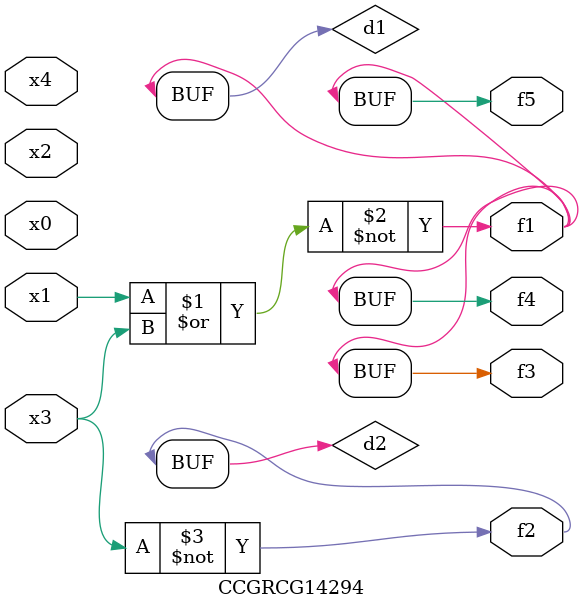
<source format=v>
module CCGRCG14294(
	input x0, x1, x2, x3, x4,
	output f1, f2, f3, f4, f5
);

	wire d1, d2;

	nor (d1, x1, x3);
	not (d2, x3);
	assign f1 = d1;
	assign f2 = d2;
	assign f3 = d1;
	assign f4 = d1;
	assign f5 = d1;
endmodule

</source>
